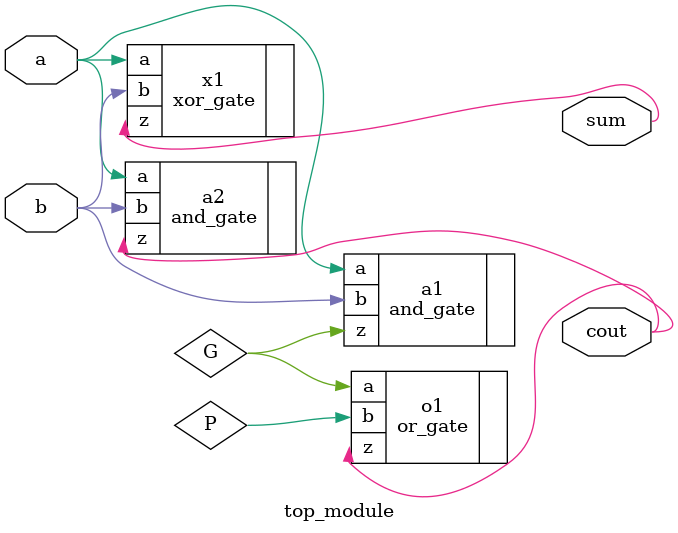
<source format=sv>
module top_module (
	input a,
	input b,
	output sum,
	output cout
);

	// Define signals for the internal wires
	wire G, P;

	// Define internal gates
	xor_gate x1(.a(a), .b(b), .z(sum));
	and_gate a1(.a(a), .b(b), .z(G));
	and_gate a2(.a(a), .b(b), .z(cout));
	or_gate o1(.a(G), .b(P), .z(cout));

endmodule

</source>
